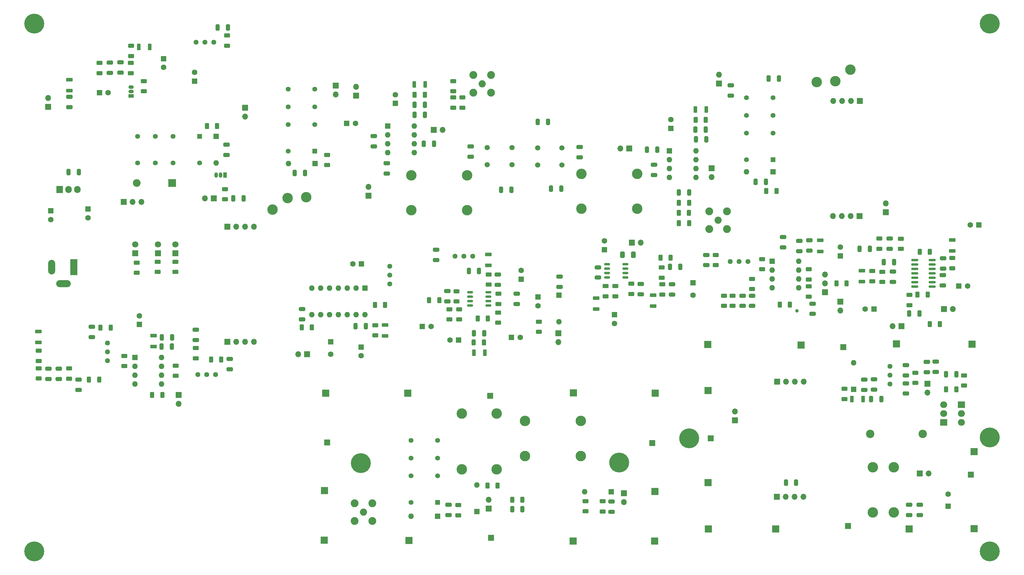
<source format=gbr>
%TF.GenerationSoftware,KiCad,Pcbnew,(6.0.7)*%
%TF.CreationDate,2023-03-19T17:00:10-04:00*%
%TF.ProjectId,Phoenix612 Complete v1.1,50686f65-6e69-4783-9631-3220436f6d70,rev?*%
%TF.SameCoordinates,Original*%
%TF.FileFunction,Soldermask,Top*%
%TF.FilePolarity,Negative*%
%FSLAX46Y46*%
G04 Gerber Fmt 4.6, Leading zero omitted, Abs format (unit mm)*
G04 Created by KiCad (PCBNEW (6.0.7)) date 2023-03-19 17:00:10*
%MOMM*%
%LPD*%
G01*
G04 APERTURE LIST*
G04 Aperture macros list*
%AMRoundRect*
0 Rectangle with rounded corners*
0 $1 Rounding radius*
0 $2 $3 $4 $5 $6 $7 $8 $9 X,Y pos of 4 corners*
0 Add a 4 corners polygon primitive as box body*
4,1,4,$2,$3,$4,$5,$6,$7,$8,$9,$2,$3,0*
0 Add four circle primitives for the rounded corners*
1,1,$1+$1,$2,$3*
1,1,$1+$1,$4,$5*
1,1,$1+$1,$6,$7*
1,1,$1+$1,$8,$9*
0 Add four rect primitives between the rounded corners*
20,1,$1+$1,$2,$3,$4,$5,0*
20,1,$1+$1,$4,$5,$6,$7,0*
20,1,$1+$1,$6,$7,$8,$9,0*
20,1,$1+$1,$8,$9,$2,$3,0*%
G04 Aperture macros list end*
%ADD10C,1.000000*%
%ADD11R,2.000000X1.905000*%
%ADD12O,2.000000X1.905000*%
%ADD13RoundRect,0.250000X-0.312500X-0.625000X0.312500X-0.625000X0.312500X0.625000X-0.312500X0.625000X0*%
%ADD14R,1.700000X1.700000*%
%ADD15O,1.700000X1.700000*%
%ADD16RoundRect,0.250000X-0.625000X0.312500X-0.625000X-0.312500X0.625000X-0.312500X0.625000X0.312500X0*%
%ADD17RoundRect,0.250000X0.625000X-0.312500X0.625000X0.312500X-0.625000X0.312500X-0.625000X-0.312500X0*%
%ADD18RoundRect,0.250000X-0.650000X0.325000X-0.650000X-0.325000X0.650000X-0.325000X0.650000X0.325000X0*%
%ADD19R,1.800000X1.800000*%
%ADD20C,1.800000*%
%ADD21RoundRect,0.250000X0.650000X-0.325000X0.650000X0.325000X-0.650000X0.325000X-0.650000X-0.325000X0*%
%ADD22RoundRect,0.250000X0.700000X-0.275000X0.700000X0.275000X-0.700000X0.275000X-0.700000X-0.275000X0*%
%ADD23R,2.000000X2.000000*%
%ADD24R,1.600000X1.600000*%
%ADD25C,1.600000*%
%ADD26C,1.440000*%
%ADD27RoundRect,0.150000X0.675000X0.150000X-0.675000X0.150000X-0.675000X-0.150000X0.675000X-0.150000X0*%
%ADD28RoundRect,0.250000X0.325000X0.650000X-0.325000X0.650000X-0.325000X-0.650000X0.325000X-0.650000X0*%
%ADD29RoundRect,0.150000X-0.825000X-0.150000X0.825000X-0.150000X0.825000X0.150000X-0.825000X0.150000X0*%
%ADD30RoundRect,0.150000X-0.675000X-0.150000X0.675000X-0.150000X0.675000X0.150000X-0.675000X0.150000X0*%
%ADD31C,1.500000*%
%ADD32RoundRect,0.250000X-0.325000X-0.650000X0.325000X-0.650000X0.325000X0.650000X-0.325000X0.650000X0*%
%ADD33RoundRect,0.250000X0.312500X0.625000X-0.312500X0.625000X-0.312500X-0.625000X0.312500X-0.625000X0*%
%ADD34O,1.600000X1.600000*%
%ADD35RoundRect,0.250000X-0.275000X-0.700000X0.275000X-0.700000X0.275000X0.700000X-0.275000X0.700000X0*%
%ADD36C,3.000000*%
%ADD37RoundRect,0.250000X-0.700000X0.275000X-0.700000X-0.275000X0.700000X-0.275000X0.700000X0.275000X0*%
%ADD38R,1.400000X1.400000*%
%ADD39C,1.400000*%
%ADD40RoundRect,0.250000X0.275000X0.700000X-0.275000X0.700000X-0.275000X-0.700000X0.275000X-0.700000X0*%
%ADD41C,3.600000*%
%ADD42C,5.700000*%
%ADD43C,2.050000*%
%ADD44C,2.250000*%
%ADD45R,2.000000X4.600000*%
%ADD46O,2.000000X4.200000*%
%ADD47O,4.200000X2.000000*%
%ADD48RoundRect,0.250000X-0.412500X-0.650000X0.412500X-0.650000X0.412500X0.650000X-0.412500X0.650000X0*%
%ADD49R,1.050000X1.500000*%
%ADD50O,1.050000X1.500000*%
%ADD51R,1.905000X2.000000*%
%ADD52O,1.905000X2.000000*%
%ADD53R,2.200000X2.200000*%
%ADD54O,2.200000X2.200000*%
%ADD55C,2.400000*%
%ADD56R,1.500000X1.050000*%
%ADD57O,1.500000X1.050000*%
G04 APERTURE END LIST*
D10*
%TO.C,G2*%
X240601500Y-121475500D03*
%TD*%
D11*
%TO.C,Q4*%
X282646000Y-153479500D03*
D12*
X282646000Y-150939500D03*
X282646000Y-148399500D03*
%TD*%
D13*
%TO.C,R76*%
X251904500Y-113665000D03*
X254829500Y-113665000D03*
%TD*%
D14*
%TO.C,J58*%
X248602500Y-116205000D03*
D15*
X248602500Y-113665000D03*
X248602500Y-111125000D03*
%TD*%
D14*
%TO.C,J19*%
X253047500Y-118872000D03*
D15*
X253047500Y-121412000D03*
%TD*%
D16*
%TO.C,R75*%
X243967000Y-114488500D03*
X243967000Y-117413500D03*
%TD*%
D17*
%TO.C,R74*%
X243967000Y-112524000D03*
X243967000Y-109599000D03*
%TD*%
D18*
%TO.C,C101*%
X245046500Y-119429000D03*
X245046500Y-122379000D03*
%TD*%
D19*
%TO.C,D4*%
X50863500Y-105024000D03*
D20*
X50863500Y-102484000D03*
%TD*%
D17*
%TO.C,R29*%
X193125000Y-116651500D03*
X193125000Y-113726500D03*
%TD*%
D21*
%TO.C,C48*%
X183515000Y-111965000D03*
X183515000Y-109015000D03*
%TD*%
D14*
%TO.C,J3*%
X47576500Y-90297000D03*
D15*
X50116500Y-90297000D03*
X52656500Y-90297000D03*
%TD*%
D22*
%TO.C,L7*%
X183028500Y-121018500D03*
X183028500Y-117868500D03*
%TD*%
D23*
%TO.C,J34*%
X291401500Y-161925000D03*
%TD*%
D24*
%TO.C,C45*%
X210778000Y-113472849D03*
D25*
X210778000Y-116972849D03*
%TD*%
D21*
%TO.C,C82*%
X259905500Y-144169500D03*
X259905500Y-141219500D03*
%TD*%
D26*
%TO.C,RV4*%
X68262500Y-44426500D03*
X70802500Y-44426500D03*
X73342500Y-44426500D03*
%TD*%
D16*
%TO.C,R69*%
X154876500Y-121991151D03*
X154876500Y-124916151D03*
%TD*%
D24*
%TO.C,C57*%
X253047500Y-105737151D03*
D25*
X253047500Y-103237151D03*
%TD*%
D27*
%TO.C,U6*%
X191368500Y-111950500D03*
X191368500Y-110680500D03*
X191368500Y-109410500D03*
X191368500Y-108140500D03*
X186118500Y-108140500D03*
X186118500Y-109410500D03*
X186118500Y-110680500D03*
X186118500Y-111950500D03*
%TD*%
D21*
%TO.C,C93*%
X140335000Y-118759500D03*
X140335000Y-115809500D03*
%TD*%
D23*
%TO.C,J36*%
X215138000Y-170751500D03*
%TD*%
D28*
%TO.C,C15*%
X136539500Y-73596500D03*
X133589500Y-73596500D03*
%TD*%
D16*
%TO.C,R8*%
X62474000Y-137209000D03*
X62474000Y-140134000D03*
%TD*%
%TO.C,R42*%
X227711000Y-112329500D03*
X227711000Y-115254500D03*
%TD*%
D14*
%TO.C,J9*%
X192532000Y-74930000D03*
D15*
X189992000Y-74930000D03*
%TD*%
D23*
%TO.C,J54*%
X129349500Y-187388500D03*
%TD*%
%TO.C,J30*%
X215201500Y-184086500D03*
%TD*%
D21*
%TO.C,C68*%
X282457651Y-109361500D03*
X282457651Y-106411500D03*
%TD*%
D29*
%TO.C,U10*%
X274394651Y-106934000D03*
X274394651Y-108204000D03*
X274394651Y-109474000D03*
X274394651Y-110744000D03*
X274394651Y-112014000D03*
X274394651Y-113284000D03*
X274394651Y-114554000D03*
X279344651Y-114554000D03*
X279344651Y-113284000D03*
X279344651Y-112014000D03*
X279344651Y-110744000D03*
X279344651Y-109474000D03*
X279344651Y-108204000D03*
X279344651Y-106934000D03*
%TD*%
D16*
%TO.C,R30*%
X188489500Y-114425000D03*
X188489500Y-117350000D03*
%TD*%
D30*
%TO.C,U12*%
X146854000Y-116205000D03*
X146854000Y-117475000D03*
X146854000Y-118745000D03*
X146854000Y-120015000D03*
X152104000Y-120015000D03*
X152104000Y-118745000D03*
X152104000Y-117475000D03*
X152104000Y-116205000D03*
%TD*%
D21*
%TO.C,C34*%
X221615000Y-59782500D03*
X221615000Y-56832500D03*
%TD*%
D14*
%TO.C,U11*%
X234840500Y-174815500D03*
D15*
X237380500Y-174815500D03*
X239920500Y-174815500D03*
X242460500Y-174815500D03*
X242506500Y-141795500D03*
X239966500Y-141795500D03*
X237426500Y-141795500D03*
D14*
X234886500Y-141795500D03*
%TD*%
D16*
%TO.C,R72*%
X143700500Y-121038651D03*
X143700500Y-123963651D03*
%TD*%
D31*
%TO.C,Y3*%
X166243000Y-74766000D03*
X166243000Y-79646000D03*
%TD*%
D32*
%TO.C,C28*%
X166228500Y-67310000D03*
X169178500Y-67310000D03*
%TD*%
D23*
%TO.C,J47*%
X105092500Y-173037500D03*
%TD*%
D33*
%TO.C,R14*%
X74337651Y-68500500D03*
X71412651Y-68500500D03*
%TD*%
D23*
%TO.C,J48*%
X199961500Y-145161000D03*
%TD*%
D14*
%TO.C,U2*%
X77233500Y-130429000D03*
D15*
X79773500Y-130429000D03*
X82313500Y-130429000D03*
X84853500Y-130429000D03*
X84899500Y-97409000D03*
X82359500Y-97409000D03*
X79819500Y-97409000D03*
D14*
X77279500Y-97409000D03*
%TD*%
D24*
%TO.C,D9*%
X137541000Y-180467000D03*
D34*
X129921000Y-180467000D03*
%TD*%
D21*
%TO.C,C80*%
X277876000Y-139079500D03*
X277876000Y-136129500D03*
%TD*%
D23*
%TO.C,J28*%
X290766500Y-131064000D03*
%TD*%
D32*
%TO.C,C90*%
X146480000Y-110055151D03*
X149430000Y-110055151D03*
%TD*%
D28*
%TO.C,C37*%
X116986500Y-125930500D03*
X114036500Y-125930500D03*
%TD*%
D21*
%TO.C,C7*%
X68199000Y-129872000D03*
X68199000Y-126922000D03*
%TD*%
D23*
%TO.C,J31*%
X215138000Y-144335500D03*
%TD*%
D14*
%TO.C,J5*%
X73378500Y-89281000D03*
D15*
X70838500Y-89281000D03*
%TD*%
D17*
%TO.C,R24*%
X105854500Y-79694500D03*
X105854500Y-76769500D03*
%TD*%
D23*
%TO.C,J55*%
X105029000Y-187325000D03*
%TD*%
D31*
%TO.C,Y4*%
X173228000Y-79666000D03*
X173228000Y-74786000D03*
%TD*%
D18*
%TO.C,C24*%
X119253000Y-71359500D03*
X119253000Y-74309500D03*
%TD*%
D14*
%TO.C,J21*%
X282765500Y-121031000D03*
D15*
X285305500Y-121031000D03*
%TD*%
D17*
%TO.C,R66*%
X143002000Y-118810500D03*
X143002000Y-115885500D03*
%TD*%
D16*
%TO.C,R41*%
X222123000Y-117155500D03*
X222123000Y-120080500D03*
%TD*%
D33*
%TO.C,R60*%
X154751500Y-171640500D03*
X151826500Y-171640500D03*
%TD*%
D32*
%TO.C,C18*%
X130922500Y-62420500D03*
X133872500Y-62420500D03*
%TD*%
D21*
%TO.C,C63*%
X214566500Y-108409000D03*
X214566500Y-105459000D03*
%TD*%
D33*
%TO.C,R9*%
X43807000Y-126352500D03*
X40882000Y-126352500D03*
%TD*%
D24*
%TO.C,D6*%
X102425500Y-79248000D03*
D34*
X94805500Y-79248000D03*
%TD*%
D35*
%TO.C,L14*%
X256362000Y-146812000D03*
X259512000Y-146812000D03*
%TD*%
D21*
%TO.C,C66*%
X267154151Y-103710000D03*
X267154151Y-100760000D03*
%TD*%
D36*
%TO.C,T3*%
X268366500Y-179347000D03*
X268366500Y-166347000D03*
X262366500Y-179347000D03*
X262366500Y-166347000D03*
%TD*%
%TO.C,T4*%
X144462500Y-150939500D03*
X144462500Y-166939500D03*
X154462500Y-150939500D03*
X154462500Y-166939500D03*
%TD*%
D17*
%TO.C,R3*%
X31867000Y-140959500D03*
X31867000Y-138034500D03*
%TD*%
D37*
%TO.C,L5*%
X122496500Y-125562000D03*
X122496500Y-128712000D03*
%TD*%
D38*
%TO.C,K4*%
X137557000Y-176434000D03*
D39*
X137557000Y-168814000D03*
X137557000Y-163734000D03*
X137557000Y-158654000D03*
X129937000Y-158654000D03*
X129937000Y-163734000D03*
X129937000Y-168814000D03*
X129937000Y-176434000D03*
%TD*%
D31*
%TO.C,Y1*%
X151765000Y-74702500D03*
X151765000Y-79582500D03*
%TD*%
D18*
%TO.C,C69*%
X282394151Y-111237500D03*
X282394151Y-114187500D03*
%TD*%
D24*
%TO.C,C73*%
X292744651Y-96837500D03*
D25*
X290244651Y-96837500D03*
%TD*%
D32*
%TO.C,C16*%
X130922500Y-65278000D03*
X133872500Y-65278000D03*
%TD*%
D26*
%TO.C,RV7*%
X142547500Y-105864151D03*
X145087500Y-105864151D03*
X147627500Y-105864151D03*
%TD*%
D13*
%TO.C,R50*%
X275153151Y-116840000D03*
X278078151Y-116840000D03*
%TD*%
D14*
%TO.C,J35*%
X215836500Y-158115000D03*
%TD*%
%TO.C,J29*%
X255206500Y-183261000D03*
%TD*%
D40*
%TO.C,L8*%
X54978500Y-45823500D03*
X51828500Y-45823500D03*
%TD*%
D41*
%TO.C,H7*%
X189611000Y-165036500D03*
D42*
X189611000Y-165036500D03*
%TD*%
D18*
%TO.C,C83*%
X271843500Y-142299000D03*
X271843500Y-145249000D03*
%TD*%
D14*
%TO.C,J24*%
X275839000Y-168148000D03*
D15*
X278379000Y-168148000D03*
%TD*%
D17*
%TO.C,R54*%
X265049000Y-113222500D03*
X265049000Y-110297500D03*
%TD*%
D24*
%TO.C,C51*%
X58991500Y-49189000D03*
D25*
X58991500Y-51689000D03*
%TD*%
D14*
%TO.C,J27*%
X152590500Y-145859500D03*
%TD*%
D32*
%TO.C,C30*%
X197544000Y-75257500D03*
X200494000Y-75257500D03*
%TD*%
D13*
%TO.C,R21*%
X206690500Y-93408500D03*
X209615500Y-93408500D03*
%TD*%
D14*
%TO.C,J12*%
X117729000Y-88519000D03*
D15*
X117729000Y-85979000D03*
%TD*%
D14*
%TO.C,J45*%
X191008000Y-173863000D03*
D15*
X191008000Y-176403000D03*
%TD*%
D37*
%TO.C,L12*%
X259207000Y-109994500D03*
X259207000Y-113144500D03*
%TD*%
D21*
%TO.C,C56*%
X241300000Y-104408500D03*
X241300000Y-101458500D03*
%TD*%
D18*
%TO.C,C62*%
X236601000Y-100315500D03*
X236601000Y-103265500D03*
%TD*%
D33*
%TO.C,R20*%
X214451500Y-66748500D03*
X211526500Y-66748500D03*
%TD*%
D11*
%TO.C,Q3*%
X287726000Y-148399500D03*
D12*
X287726000Y-150939500D03*
X287726000Y-153479500D03*
%TD*%
D23*
%TO.C,J40*%
X269113000Y-131000500D03*
%TD*%
D24*
%TO.C,D10*%
X148844000Y-179070000D03*
D34*
X148844000Y-171450000D03*
%TD*%
D41*
%TO.C,H1*%
X295846500Y-39116000D03*
D42*
X295846500Y-39116000D03*
%TD*%
D16*
%TO.C,R2*%
X23167500Y-137971000D03*
X23167500Y-140896000D03*
%TD*%
D24*
%TO.C,U8*%
X233489500Y-107315000D03*
D34*
X233489500Y-109855000D03*
X233489500Y-112395000D03*
X233489500Y-114935000D03*
X241109500Y-114935000D03*
X241109500Y-112395000D03*
X241109500Y-109855000D03*
X241109500Y-107315000D03*
%TD*%
D33*
%TO.C,R23*%
X209679000Y-96393000D03*
X206754000Y-96393000D03*
%TD*%
D23*
%TO.C,J25*%
X241744500Y-131318000D03*
%TD*%
D26*
%TO.C,RV5*%
X226568000Y-107378500D03*
X224028000Y-107378500D03*
X221488000Y-107378500D03*
%TD*%
D28*
%TO.C,C79*%
X286272500Y-139700000D03*
X283322500Y-139700000D03*
%TD*%
D17*
%TO.C,R44*%
X230558500Y-109593000D03*
X230558500Y-106668000D03*
%TD*%
D18*
%TO.C,C59*%
X227711000Y-117143000D03*
X227711000Y-120093000D03*
%TD*%
D24*
%TO.C,U7*%
X116718000Y-114945000D03*
D34*
X114178000Y-114945000D03*
X111638000Y-114945000D03*
X109098000Y-114945000D03*
X106558000Y-114945000D03*
X104018000Y-114945000D03*
X101478000Y-114945000D03*
X101478000Y-122565000D03*
X104018000Y-122565000D03*
X106558000Y-122565000D03*
X109098000Y-122565000D03*
X111638000Y-122565000D03*
X114178000Y-122565000D03*
X116718000Y-122565000D03*
%TD*%
D17*
%TO.C,R40*%
X219710000Y-120080500D03*
X219710000Y-117155500D03*
%TD*%
D13*
%TO.C,R64*%
X149032500Y-123707651D03*
X151957500Y-123707651D03*
%TD*%
D16*
%TO.C,R47*%
X270392651Y-100836000D03*
X270392651Y-103761000D03*
%TD*%
%TO.C,R12*%
X62357000Y-107435000D03*
X62357000Y-110360000D03*
%TD*%
D14*
%TO.C,J16*%
X108331000Y-56896000D03*
D15*
X108331000Y-59436000D03*
%TD*%
D14*
%TO.C,J23*%
X277964500Y-142450500D03*
D15*
X277964500Y-144990500D03*
%TD*%
D22*
%TO.C,L11*%
X285124651Y-104318000D03*
X285124651Y-101168000D03*
%TD*%
D23*
%TO.C,J46*%
X176530000Y-145034000D03*
%TD*%
D24*
%TO.C,C97*%
X143583151Y-129867151D03*
D25*
X141083151Y-129867151D03*
%TD*%
D14*
%TO.C,J2*%
X63309500Y-145605500D03*
D15*
X63309500Y-148145500D03*
%TD*%
D14*
%TO.C,U9*%
X258618000Y-61277500D03*
D15*
X256078000Y-61277500D03*
X253538000Y-61277500D03*
X250998000Y-61277500D03*
X250952000Y-94297500D03*
X253492000Y-94297500D03*
X256032000Y-94297500D03*
D14*
X258572000Y-94297500D03*
%TD*%
D18*
%TO.C,C33*%
X199644000Y-79614500D03*
X199644000Y-82564500D03*
%TD*%
D17*
%TO.C,R58*%
X254254000Y-146814000D03*
X254254000Y-143889000D03*
%TD*%
D26*
%TO.C,RV3*%
X123825000Y-108712000D03*
X123825000Y-111252000D03*
X123825000Y-113792000D03*
%TD*%
D24*
%TO.C,D11*%
X187325000Y-173418500D03*
D34*
X179705000Y-173418500D03*
%TD*%
D24*
%TO.C,C17*%
X125476000Y-61985651D03*
D25*
X125476000Y-59485651D03*
%TD*%
D24*
%TO.C,D12*%
X172339000Y-116976651D03*
D34*
X172339000Y-124596651D03*
%TD*%
D21*
%TO.C,C85*%
X262699500Y-144106000D03*
X262699500Y-141156000D03*
%TD*%
%TO.C,C92*%
X172529500Y-114641651D03*
X172529500Y-111691651D03*
%TD*%
D17*
%TO.C,R63*%
X184848500Y-179072000D03*
X184848500Y-176147000D03*
%TD*%
D16*
%TO.C,R53*%
X262191500Y-110107000D03*
X262191500Y-113032000D03*
%TD*%
D43*
%TO.C,J43*%
X116332000Y-179260500D03*
D44*
X113792000Y-176720500D03*
X118872000Y-181800500D03*
X113792000Y-181800500D03*
X118872000Y-176720500D03*
%TD*%
D41*
%TO.C,H5*%
X209677000Y-158051500D03*
D42*
X209677000Y-158051500D03*
%TD*%
D28*
%TO.C,C39*%
X207109500Y-108902500D03*
X204159500Y-108902500D03*
%TD*%
D24*
%TO.C,C11*%
X37338000Y-92321500D03*
D25*
X37338000Y-94821500D03*
%TD*%
D21*
%TO.C,C58*%
X244157500Y-104232500D03*
X244157500Y-101282500D03*
%TD*%
D43*
%TO.C,J7*%
X150304500Y-56388000D03*
D44*
X147764500Y-58928000D03*
X152844500Y-53848000D03*
X147764500Y-53848000D03*
X152844500Y-58928000D03*
%TD*%
D24*
%TO.C,C91*%
X166370000Y-117538500D03*
D25*
X166370000Y-120038500D03*
%TD*%
D23*
%TO.C,J53*%
X199834500Y-173355000D03*
%TD*%
D16*
%TO.C,R1*%
X23167500Y-132954500D03*
X23167500Y-135879500D03*
%TD*%
%TO.C,R13*%
X51308000Y-107689000D03*
X51308000Y-110614000D03*
%TD*%
D14*
%TO.C,J33*%
X253873000Y-131889500D03*
%TD*%
D45*
%TO.C,J4*%
X33210500Y-108951000D03*
D46*
X26910500Y-108951000D03*
D47*
X30310500Y-113751000D03*
%TD*%
D32*
%TO.C,C74*%
X261859500Y-146812000D03*
X264809500Y-146812000D03*
%TD*%
D17*
%TO.C,R18*%
X144653000Y-63248000D03*
X144653000Y-60323000D03*
%TD*%
D24*
%TO.C,D8*%
X256857500Y-144028000D03*
D34*
X256857500Y-136408000D03*
%TD*%
D16*
%TO.C,R35*%
X49657000Y-45504000D03*
X49657000Y-48429000D03*
%TD*%
D21*
%TO.C,C84*%
X271843500Y-140042000D03*
X271843500Y-137092000D03*
%TD*%
D14*
%TO.C,J13*%
X218224500Y-56304500D03*
D15*
X218224500Y-53764500D03*
%TD*%
D14*
%TO.C,J10*%
X216115500Y-80601500D03*
D15*
X216115500Y-83141500D03*
%TD*%
D24*
%TO.C,U5*%
X204035500Y-75638500D03*
D34*
X204035500Y-78178500D03*
X204035500Y-80718500D03*
X204035500Y-83258500D03*
X211655500Y-83258500D03*
X211655500Y-80718500D03*
X211655500Y-78178500D03*
X211655500Y-75638500D03*
%TD*%
D23*
%TO.C,J52*%
X199771000Y-187515500D03*
%TD*%
D28*
%TO.C,C31*%
X99519000Y-81978500D03*
X96569000Y-81978500D03*
%TD*%
D24*
%TO.C,C99*%
X161480500Y-112404651D03*
D25*
X161480500Y-109904651D03*
%TD*%
D16*
%TO.C,R71*%
X152209500Y-111069151D03*
X152209500Y-113994151D03*
%TD*%
D32*
%TO.C,C65*%
X258557500Y-103695500D03*
X261507500Y-103695500D03*
%TD*%
D14*
%TO.C,J17*%
X25844500Y-63037000D03*
D15*
X25844500Y-60497000D03*
%TD*%
D32*
%TO.C,C22*%
X211450500Y-69479000D03*
X214400500Y-69479000D03*
%TD*%
D24*
%TO.C,C47*%
X185356500Y-103959151D03*
D25*
X185356500Y-101459151D03*
%TD*%
D14*
%TO.C,J44*%
X152209500Y-178249500D03*
D15*
X152209500Y-175709500D03*
%TD*%
D16*
%TO.C,R36*%
X40640000Y-50393500D03*
X40640000Y-53318500D03*
%TD*%
D41*
%TO.C,H4*%
X295846500Y-190500000D03*
D42*
X295846500Y-190500000D03*
%TD*%
D41*
%TO.C,H2*%
X21907500Y-39116000D03*
D42*
X21907500Y-39116000D03*
%TD*%
D18*
%TO.C,C4*%
X28946000Y-138085500D03*
X28946000Y-141035500D03*
%TD*%
D24*
%TO.C,C52*%
X67881500Y-55626000D03*
D25*
X67881500Y-53126000D03*
%TD*%
D21*
%TO.C,C81*%
X280416000Y-139016000D03*
X280416000Y-136066000D03*
%TD*%
D32*
%TO.C,C1*%
X58459000Y-129083000D03*
X61409000Y-129083000D03*
%TD*%
D13*
%TO.C,R43*%
X235646500Y-119761000D03*
X238571500Y-119761000D03*
%TD*%
D22*
%TO.C,L6*%
X199348000Y-120129500D03*
X199348000Y-116979500D03*
%TD*%
D37*
%TO.C,L2*%
X23114000Y-127393500D03*
X23114000Y-130543500D03*
%TD*%
D41*
%TO.C,H3*%
X21907500Y-190500000D03*
D42*
X21907500Y-190500000D03*
%TD*%
D28*
%TO.C,C27*%
X158701000Y-86804500D03*
X155751000Y-86804500D03*
%TD*%
D16*
%TO.C,R37*%
X49593500Y-50393500D03*
X49593500Y-53318500D03*
%TD*%
D26*
%TO.C,RV1*%
X42852500Y-135814000D03*
X42852500Y-133274000D03*
X42852500Y-130734000D03*
%TD*%
D17*
%TO.C,R67*%
X155003500Y-119518651D03*
X155003500Y-116593651D03*
%TD*%
D14*
%TO.C,J22*%
X222796500Y-152951500D03*
D15*
X222796500Y-150411500D03*
%TD*%
D17*
%TO.C,R48*%
X272805651Y-119890000D03*
X272805651Y-116965000D03*
%TD*%
D28*
%TO.C,C64*%
X275677651Y-122237500D03*
X272727651Y-122237500D03*
%TD*%
D24*
%TO.C,C67*%
X287020000Y-114427000D03*
D25*
X289520000Y-114427000D03*
%TD*%
D14*
%TO.C,J18*%
X266040000Y-93198000D03*
D15*
X266040000Y-90658000D03*
%TD*%
D14*
%TO.C,J32*%
X152908000Y-186626500D03*
%TD*%
D28*
%TO.C,C12*%
X34685500Y-81724500D03*
X31735500Y-81724500D03*
%TD*%
D38*
%TO.C,K1*%
X69309500Y-71421500D03*
D39*
X61689500Y-71421500D03*
X56609500Y-71421500D03*
X51529500Y-71421500D03*
X51529500Y-79041500D03*
X56609500Y-79041500D03*
X61689500Y-79041500D03*
X69309500Y-79041500D03*
%TD*%
D13*
%TO.C,R25*%
X231773000Y-87122000D03*
X234698000Y-87122000D03*
%TD*%
D22*
%TO.C,L9*%
X31940500Y-58320500D03*
X31940500Y-55170500D03*
%TD*%
D21*
%TO.C,C6*%
X34597500Y-144210500D03*
X34597500Y-141260500D03*
%TD*%
%TO.C,C75*%
X272732500Y-180100500D03*
X272732500Y-177150500D03*
%TD*%
D14*
%TO.C,J15*%
X100144500Y-133921500D03*
D15*
X97604500Y-133921500D03*
%TD*%
D43*
%TO.C,J11*%
X217995500Y-95504000D03*
D44*
X220535500Y-92964000D03*
X215455500Y-92964000D03*
X220535500Y-98044000D03*
X215455500Y-98044000D03*
%TD*%
D32*
%TO.C,C61*%
X232459000Y-54864000D03*
X235409000Y-54864000D03*
%TD*%
D33*
%TO.C,R70*%
X150814500Y-130565651D03*
X147889500Y-130565651D03*
%TD*%
D14*
%TO.C,J6*%
X136461500Y-69596000D03*
D15*
X139001500Y-69596000D03*
%TD*%
D16*
%TO.C,R33*%
X201824500Y-109091000D03*
X201824500Y-112016000D03*
%TD*%
D17*
%TO.C,R7*%
X47678500Y-137340000D03*
X47678500Y-134415000D03*
%TD*%
D14*
%TO.C,J20*%
X270553500Y-125882000D03*
D15*
X268013500Y-125882000D03*
%TD*%
D33*
%TO.C,R16*%
X133860000Y-59563000D03*
X130935000Y-59563000D03*
%TD*%
D42*
%TO.C,H8*%
X115506500Y-165163500D03*
D41*
X115506500Y-165163500D03*
%TD*%
D21*
%TO.C,C42*%
X98679000Y-123966500D03*
X98679000Y-121016500D03*
%TD*%
D18*
%TO.C,C60*%
X225044000Y-117143000D03*
X225044000Y-120093000D03*
%TD*%
D32*
%TO.C,C3*%
X58395500Y-131750000D03*
X61345500Y-131750000D03*
%TD*%
D35*
%TO.C,L3*%
X130822500Y-56578500D03*
X133972500Y-56578500D03*
%TD*%
D24*
%TO.C,C76*%
X283908500Y-177547651D03*
D25*
X283908500Y-174047651D03*
%TD*%
D48*
%TO.C,C40*%
X190525000Y-105410000D03*
X193650000Y-105410000D03*
%TD*%
D49*
%TO.C,Q1*%
X76612000Y-82555000D03*
D50*
X75342000Y-82555000D03*
X74072000Y-82555000D03*
%TD*%
D18*
%TO.C,C23*%
X178308000Y-74517500D03*
X178308000Y-77467500D03*
%TD*%
D23*
%TO.C,J26*%
X272732500Y-184086500D03*
%TD*%
D33*
%TO.C,R61*%
X161849000Y-175704500D03*
X158924000Y-175704500D03*
%TD*%
D17*
%TO.C,R17*%
X142049500Y-63248000D03*
X142049500Y-60323000D03*
%TD*%
D24*
%TO.C,C54*%
X40566849Y-58904500D03*
D25*
X43066849Y-58904500D03*
%TD*%
D18*
%TO.C,C5*%
X25961500Y-138085500D03*
X25961500Y-141035500D03*
%TD*%
D36*
%TO.C,TR1*%
X90233500Y-92442000D03*
X94551500Y-89140000D03*
X99885500Y-88886000D03*
%TD*%
D13*
%TO.C,R10*%
X72568500Y-135509000D03*
X75493500Y-135509000D03*
%TD*%
D17*
%TO.C,R39*%
X77216000Y-45444500D03*
X77216000Y-42519500D03*
%TD*%
D36*
%TO.C,T1*%
X129985500Y-92630000D03*
X145985500Y-92630000D03*
X129985500Y-82630000D03*
X145985500Y-82630000D03*
%TD*%
D24*
%TO.C,C19*%
X111506000Y-67754500D03*
D25*
X114006000Y-67754500D03*
%TD*%
D13*
%TO.C,R5*%
X55677500Y-145669000D03*
X58602500Y-145669000D03*
%TD*%
D23*
%TO.C,J42*%
X291401500Y-183959500D03*
%TD*%
%TO.C,J41*%
X215011000Y-131191000D03*
%TD*%
%TO.C,J51*%
X176403000Y-187515500D03*
%TD*%
D14*
%TO.C,J57*%
X290449000Y-168465500D03*
%TD*%
D24*
%TO.C,C21*%
X204416500Y-69161500D03*
D25*
X204416500Y-66661500D03*
%TD*%
D18*
%TO.C,C29*%
X122999500Y-79170000D03*
X122999500Y-82120000D03*
%TD*%
D16*
%TO.C,R52*%
X285124651Y-106360500D03*
X285124651Y-109285500D03*
%TD*%
D18*
%TO.C,C55*%
X32004000Y-60160000D03*
X32004000Y-63110000D03*
%TD*%
D36*
%TO.C,T5*%
X178624500Y-153115000D03*
X162624500Y-153115000D03*
X178624500Y-163115000D03*
X162624500Y-163115000D03*
%TD*%
D16*
%TO.C,R11*%
X57277000Y-107435000D03*
X57277000Y-110360000D03*
%TD*%
D18*
%TO.C,C46*%
X204809000Y-113904500D03*
X204809000Y-116854500D03*
%TD*%
D32*
%TO.C,C53*%
X74471000Y-40181651D03*
X77421000Y-40181651D03*
%TD*%
D13*
%TO.C,R4*%
X37592000Y-141224000D03*
X40517000Y-141224000D03*
%TD*%
%TO.C,R51*%
X275788151Y-104584500D03*
X278713151Y-104584500D03*
%TD*%
D24*
%TO.C,D5*%
X74072000Y-71485000D03*
D34*
X74072000Y-79105000D03*
%TD*%
D35*
%TO.C,L15*%
X147967500Y-133550151D03*
X151117500Y-133550151D03*
%TD*%
D13*
%TO.C,R46*%
X278645651Y-125285500D03*
X281570651Y-125285500D03*
%TD*%
D17*
%TO.C,R57*%
X274574000Y-142188500D03*
X274574000Y-139263500D03*
%TD*%
D31*
%TO.C,Y2*%
X158877000Y-79602500D03*
X158877000Y-74722500D03*
%TD*%
D18*
%TO.C,C9*%
X77968000Y-135304000D03*
X77968000Y-138254000D03*
%TD*%
D28*
%TO.C,C78*%
X240362000Y-170751500D03*
X237412000Y-170751500D03*
%TD*%
D24*
%TO.C,C10*%
X26670000Y-92827349D03*
D25*
X26670000Y-95327349D03*
%TD*%
D24*
%TO.C,C95*%
X133149849Y-125993651D03*
D25*
X135649849Y-125993651D03*
%TD*%
D21*
%TO.C,C94*%
X160274000Y-119531151D03*
X160274000Y-116581151D03*
%TD*%
%TO.C,C72*%
X268097000Y-113171500D03*
X268097000Y-110221500D03*
%TD*%
D19*
%TO.C,D3*%
X62357000Y-104965500D03*
D20*
X62357000Y-102425500D03*
%TD*%
D38*
%TO.C,K3*%
X233696000Y-78136000D03*
D39*
X233696000Y-70516000D03*
X233696000Y-65436000D03*
X233696000Y-60356000D03*
X226076000Y-60356000D03*
X226076000Y-65436000D03*
X226076000Y-70516000D03*
X226076000Y-78136000D03*
%TD*%
D16*
%TO.C,R45*%
X217297000Y-105471500D03*
X217297000Y-108396500D03*
%TD*%
D14*
%TO.C,J14*%
X193250500Y-101917500D03*
D15*
X195790500Y-101917500D03*
%TD*%
D51*
%TO.C,U3*%
X29210000Y-86670000D03*
D52*
X31750000Y-86670000D03*
X34290000Y-86670000D03*
%TD*%
D17*
%TO.C,R62*%
X179959000Y-179010500D03*
X179959000Y-176085500D03*
%TD*%
D21*
%TO.C,C77*%
X275780500Y-180100500D03*
X275780500Y-177150500D03*
%TD*%
D18*
%TO.C,C88*%
X187452000Y-176198000D03*
X187452000Y-179148000D03*
%TD*%
D28*
%TO.C,C35*%
X231662500Y-84518500D03*
X228712500Y-84518500D03*
%TD*%
D24*
%TO.C,U1*%
X50736500Y-134871500D03*
D34*
X50736500Y-137411500D03*
X50736500Y-139951500D03*
X50736500Y-142491500D03*
X58356500Y-142491500D03*
X58356500Y-139951500D03*
X58356500Y-137411500D03*
X58356500Y-134871500D03*
%TD*%
D16*
%TO.C,R15*%
X76612000Y-86596000D03*
X76612000Y-89521000D03*
%TD*%
D14*
%TO.C,J38*%
X199072500Y-159448500D03*
%TD*%
D23*
%TO.C,J37*%
X234505500Y-184086500D03*
%TD*%
D36*
%TO.C,T2*%
X178753500Y-92185500D03*
X194753500Y-92185500D03*
X178753500Y-82185500D03*
X194753500Y-82185500D03*
%TD*%
D16*
%TO.C,R49*%
X264169651Y-100772500D03*
X264169651Y-103697500D03*
%TD*%
D35*
%TO.C,L4*%
X211414000Y-63764000D03*
X214564000Y-63764000D03*
%TD*%
D32*
%TO.C,C32*%
X206741500Y-87566500D03*
X209691500Y-87566500D03*
%TD*%
%TO.C,C98*%
X147940500Y-127898651D03*
X150890500Y-127898651D03*
%TD*%
D33*
%TO.C,R28*%
X101480000Y-126248000D03*
X98555000Y-126248000D03*
%TD*%
D36*
%TO.C,TR2*%
X255905000Y-52324000D03*
X251587000Y-55626000D03*
X246253000Y-55880000D03*
%TD*%
D21*
%TO.C,C43*%
X195792000Y-116727500D03*
X195792000Y-113777500D03*
%TD*%
D23*
%TO.C,J50*%
X129032000Y-145097500D03*
%TD*%
D17*
%TO.C,R26*%
X119639000Y-128538000D03*
X119639000Y-125613000D03*
%TD*%
D42*
%TO.C,H6*%
X295846500Y-157861000D03*
D41*
X295846500Y-157861000D03*
%TD*%
D17*
%TO.C,R65*%
X166560500Y-127519651D03*
X166560500Y-124594651D03*
%TD*%
D24*
%TO.C,C70*%
X262645651Y-120967500D03*
D25*
X260145651Y-120967500D03*
%TD*%
D37*
%TO.C,L16*%
X152146000Y-105305151D03*
X152146000Y-108455151D03*
%TD*%
D33*
%TO.C,R68*%
X138051000Y-118491000D03*
X135126000Y-118491000D03*
%TD*%
D28*
%TO.C,C14*%
X81929500Y-89217500D03*
X78979500Y-89217500D03*
%TD*%
D24*
%TO.C,C38*%
X115711651Y-108023500D03*
D25*
X113211651Y-108023500D03*
%TD*%
D23*
%TO.C,J49*%
X105473500Y-145097500D03*
%TD*%
D14*
%TO.C,J8*%
X114173000Y-59753500D03*
D15*
X114173000Y-57213500D03*
%TD*%
D24*
%TO.C,C41*%
X106870500Y-130427349D03*
D25*
X106870500Y-133927349D03*
%TD*%
D17*
%TO.C,R55*%
X288480500Y-142940500D03*
X288480500Y-140015500D03*
%TD*%
%TO.C,R59*%
X143446500Y-180151500D03*
X143446500Y-177226500D03*
%TD*%
D32*
%TO.C,C20*%
X211641000Y-72336500D03*
X214591000Y-72336500D03*
%TD*%
D24*
%TO.C,U4*%
X123200000Y-68526500D03*
D34*
X123200000Y-71066500D03*
X123200000Y-73606500D03*
X123200000Y-76146500D03*
X130820000Y-76146500D03*
X130820000Y-73606500D03*
X130820000Y-71066500D03*
X130820000Y-68526500D03*
%TD*%
D14*
%TO.C,J1*%
X82359500Y-63246000D03*
D15*
X82359500Y-65786000D03*
%TD*%
D38*
%TO.C,K2*%
X102298500Y-75692000D03*
D39*
X102298500Y-68072000D03*
X102298500Y-62992000D03*
X102298500Y-57912000D03*
X94678500Y-57912000D03*
X94678500Y-62992000D03*
X94678500Y-68072000D03*
X94678500Y-75692000D03*
%TD*%
D26*
%TO.C,RV6*%
X267271500Y-137414000D03*
X267271500Y-139954000D03*
X267271500Y-142494000D03*
%TD*%
D17*
%TO.C,R32*%
X185759000Y-117350000D03*
X185759000Y-114425000D03*
%TD*%
D21*
%TO.C,C100*%
X154813000Y-114070151D03*
X154813000Y-111120151D03*
%TD*%
D18*
%TO.C,C13*%
X76993000Y-73820000D03*
X76993000Y-76770000D03*
%TD*%
D28*
%TO.C,C71*%
X268429000Y-107569000D03*
X265479000Y-107569000D03*
%TD*%
D18*
%TO.C,C8*%
X38407500Y-126084000D03*
X38407500Y-129034000D03*
%TD*%
D24*
%TO.C,C96*%
X158750000Y-129105151D03*
D25*
X161250000Y-129105151D03*
%TD*%
D24*
%TO.C,C2*%
X52060000Y-125409651D03*
D25*
X52060000Y-122909651D03*
%TD*%
D14*
%TO.C,J39*%
X105918000Y-159258000D03*
%TD*%
%TO.C,J56*%
X172148500Y-127962151D03*
D15*
X172148500Y-130502151D03*
%TD*%
D26*
%TO.C,RV2*%
X68824000Y-139763500D03*
X71364000Y-139763500D03*
X73904000Y-139763500D03*
%TD*%
D53*
%TO.C,D1*%
X61468000Y-84836000D03*
D54*
X51308000Y-84836000D03*
%TD*%
D18*
%TO.C,C50*%
X46609000Y-50254000D03*
X46609000Y-53204000D03*
%TD*%
D55*
%TO.C,L13*%
X261613000Y-156781500D03*
X276613000Y-156781500D03*
%TD*%
D37*
%TO.C,L10*%
X247269000Y-101295000D03*
X247269000Y-104445000D03*
%TD*%
D17*
%TO.C,R19*%
X142049500Y-58547000D03*
X142049500Y-55622000D03*
%TD*%
D37*
%TO.C,L1*%
X56060500Y-128587500D03*
X56060500Y-131737500D03*
%TD*%
D28*
%TO.C,C26*%
X172988500Y-86423500D03*
X170038500Y-86423500D03*
%TD*%
D32*
%TO.C,C86*%
X158926000Y-178371500D03*
X161876000Y-178371500D03*
%TD*%
D17*
%TO.C,R6*%
X68189000Y-135130000D03*
X68189000Y-132205000D03*
%TD*%
D18*
%TO.C,C89*%
X137096500Y-104008151D03*
X137096500Y-106958151D03*
%TD*%
D24*
%TO.C,C36*%
X115633500Y-131889500D03*
D25*
X115633500Y-134389500D03*
%TD*%
D13*
%TO.C,R34*%
X201441500Y-106235500D03*
X204366500Y-106235500D03*
%TD*%
D17*
%TO.C,R38*%
X53276500Y-58525500D03*
X53276500Y-55600500D03*
%TD*%
D21*
%TO.C,C25*%
X147002500Y-77291500D03*
X147002500Y-74341500D03*
%TD*%
D19*
%TO.C,D2*%
X57394349Y-104960500D03*
D20*
X57394349Y-102420500D03*
%TD*%
D13*
%TO.C,R22*%
X206754000Y-90551000D03*
X209679000Y-90551000D03*
%TD*%
D17*
%TO.C,R31*%
X201951500Y-116842000D03*
X201951500Y-113917000D03*
%TD*%
D56*
%TO.C,Q2*%
X49636000Y-59857000D03*
D57*
X49636000Y-58587000D03*
X49636000Y-57317000D03*
%TD*%
D18*
%TO.C,C49*%
X43561000Y-50317500D03*
X43561000Y-53267500D03*
%TD*%
D33*
%TO.C,R27*%
X122493500Y-119824500D03*
X119568500Y-119824500D03*
%TD*%
D24*
%TO.C,D7*%
X233743500Y-81597500D03*
D34*
X226123500Y-81597500D03*
%TD*%
D24*
%TO.C,C44*%
X188235500Y-122608849D03*
D25*
X188235500Y-125108849D03*
%TD*%
D13*
%TO.C,R56*%
X283335000Y-144018000D03*
X286260000Y-144018000D03*
%TD*%
D16*
%TO.C,R73*%
X140970000Y-121038651D03*
X140970000Y-123963651D03*
%TD*%
D21*
%TO.C,C87*%
X140652500Y-180100500D03*
X140652500Y-177150500D03*
%TD*%
M02*

</source>
